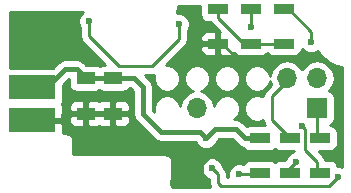
<source format=gbl>
G04 #@! TF.FileFunction,Copper,L2,Bot,Signal*
%FSLAX46Y46*%
G04 Gerber Fmt 4.6, Leading zero omitted, Abs format (unit mm)*
G04 Created by KiCad (PCBNEW 4.0.7) date 12/01/17 22:29:32*
%MOMM*%
%LPD*%
G01*
G04 APERTURE LIST*
%ADD10C,0.100000*%
%ADD11R,1.700000X1.700000*%
%ADD12O,1.700000X1.700000*%
%ADD13R,1.700000X0.900000*%
%ADD14R,4.000000X2.000000*%
%ADD15R,1.600000X1.000000*%
%ADD16C,0.600000*%
%ADD17C,0.250000*%
%ADD18C,0.400000*%
%ADD19C,0.254000*%
G04 APERTURE END LIST*
D10*
D11*
X150368000Y-105410000D03*
D12*
X150368000Y-102870000D03*
X147828000Y-102870000D03*
X140208000Y-105410000D03*
D13*
X141986000Y-99928000D03*
X141986000Y-97028000D03*
X147574000Y-97028000D03*
X147574000Y-99928000D03*
X144780000Y-99928000D03*
X144780000Y-97028000D03*
X145542000Y-107950000D03*
X145542000Y-110850000D03*
X150622000Y-107950000D03*
X150622000Y-110850000D03*
X148082000Y-107950000D03*
X148082000Y-110850000D03*
D14*
X126238000Y-106426000D03*
X126238000Y-103632000D03*
D15*
X133096000Y-102870000D03*
X133096000Y-105870000D03*
X130810000Y-102870000D03*
X130810000Y-105870000D03*
D16*
X138684000Y-98298000D03*
X131064000Y-98044000D03*
X144780000Y-98552000D03*
X141478000Y-110490000D03*
X152145990Y-111252000D03*
X149860000Y-99822000D03*
X149098000Y-106934000D03*
X148590000Y-109982000D03*
X146812000Y-109728000D03*
X140970000Y-111760000D03*
X135382000Y-108204000D03*
X138176000Y-111760000D03*
X138684000Y-101346000D03*
X133350000Y-108204000D03*
X134366000Y-104140000D03*
X136652000Y-104140000D03*
X129286008Y-103632000D03*
X129540000Y-107188000D03*
X129032000Y-101092000D03*
X129793996Y-99060000D03*
X143001998Y-108204000D03*
X136906000Y-108966000D03*
X130048000Y-107950000D03*
X144018000Y-101346000D03*
X140970000Y-107950000D03*
X143764052Y-110998000D03*
D17*
X150368000Y-107950000D02*
X150368000Y-105410000D01*
X150368000Y-107950000D02*
X150622000Y-107950000D01*
X147828000Y-102870000D02*
X147828000Y-103124000D01*
X147828000Y-103124000D02*
X146558000Y-104394000D01*
X146558000Y-104394000D02*
X146558000Y-106426000D01*
X146558000Y-106426000D02*
X147828000Y-107696000D01*
X147828000Y-107696000D02*
X147828000Y-107950000D01*
X131064000Y-98044000D02*
X131064000Y-99314000D01*
X138684000Y-99568000D02*
X138684000Y-98298000D01*
X131064000Y-99314000D02*
X133604000Y-101854000D01*
X133604000Y-101854000D02*
X136398000Y-101854000D01*
X136398000Y-101854000D02*
X138684000Y-99568000D01*
X144780000Y-98552000D02*
X144780000Y-97028000D01*
X144186000Y-99928000D02*
X144780000Y-99928000D01*
X141986000Y-97728000D02*
X144186000Y-99928000D01*
X141986000Y-97028000D02*
X141986000Y-97728000D01*
X147574000Y-99928000D02*
X146474000Y-99928000D01*
X146474000Y-99928000D02*
X144780000Y-99928000D01*
X152145990Y-111252000D02*
X151383990Y-112014000D01*
X141986000Y-111760000D02*
X141986000Y-110998000D01*
X151383990Y-112014000D02*
X142240000Y-112014000D01*
X142240000Y-112014000D02*
X141986000Y-111760000D01*
X141986000Y-110998000D02*
X141478000Y-110490000D01*
X149860000Y-99822000D02*
X149860000Y-98914000D01*
X149860000Y-98914000D02*
X147974000Y-97028000D01*
X147974000Y-97028000D02*
X147574000Y-97028000D01*
X149098000Y-106934000D02*
X149352000Y-107188000D01*
X149352000Y-107188000D02*
X149352000Y-108966000D01*
X149352000Y-108966000D02*
X150368000Y-109982000D01*
X150368000Y-109982000D02*
X150368000Y-110850000D01*
X147828000Y-110850000D02*
X147828000Y-110744000D01*
X147828000Y-110744000D02*
X148082000Y-110490000D01*
X148082000Y-110490000D02*
X148590000Y-109982000D01*
X147976000Y-110596000D02*
X148290001Y-110281999D01*
X147574000Y-110596000D02*
X147976000Y-110596000D01*
X148290001Y-110281999D02*
X148590000Y-109982000D01*
X143001998Y-108204000D02*
X144525999Y-109728001D01*
X144525999Y-109728001D02*
X144536000Y-109718000D01*
X144536000Y-109718000D02*
X141892266Y-109718000D01*
X141892266Y-109718000D02*
X141478000Y-109303734D01*
X146387736Y-109728000D02*
X146812000Y-109728000D01*
X144525998Y-109728000D02*
X146387736Y-109728000D01*
X143001998Y-108204000D02*
X144525998Y-109728000D01*
X142577734Y-108204000D02*
X141478000Y-109303734D01*
X141478000Y-109303734D02*
X140670001Y-110111733D01*
X140670001Y-111460001D02*
X140970000Y-111760000D01*
X140670001Y-110111733D02*
X140670001Y-111460001D01*
X143001998Y-108204000D02*
X142577734Y-108204000D01*
X129793996Y-99060000D02*
X129032000Y-99821996D01*
X129032000Y-99821996D02*
X129032000Y-101092000D01*
X128778000Y-106426000D02*
X129032000Y-106680000D01*
X129032000Y-106680000D02*
X129540000Y-107188000D01*
X129032000Y-106680000D02*
X129748001Y-107396001D01*
X129748001Y-107396001D02*
X129748001Y-107650001D01*
X129748001Y-107650001D02*
X130048000Y-107950000D01*
X144018000Y-101346000D02*
X138684000Y-101346000D01*
X129286008Y-104056264D02*
X129286008Y-103632000D01*
X128778000Y-105918000D02*
X129286008Y-105409992D01*
X129286008Y-105409992D02*
X129286008Y-104056264D01*
X126238000Y-106426000D02*
X128778000Y-106426000D01*
X128778000Y-106426000D02*
X128778000Y-105918000D01*
X128488000Y-106426000D02*
X128778000Y-106426000D01*
X126238000Y-106426000D02*
X128488000Y-106426000D01*
X144018000Y-101346000D02*
X143764000Y-101346000D01*
X143764000Y-101346000D02*
X142346000Y-99928000D01*
X142346000Y-99928000D02*
X141986000Y-99928000D01*
D18*
X126238000Y-103632000D02*
X127508000Y-103632000D01*
X127508000Y-103632000D02*
X129032000Y-102108000D01*
X129032000Y-102108000D02*
X130048000Y-102108000D01*
X130810000Y-102870000D02*
X132645990Y-102870000D01*
X130048000Y-102108000D02*
X130810000Y-102870000D01*
X140970000Y-107950000D02*
X140462000Y-107442000D01*
X140462000Y-107442000D02*
X137160000Y-107442000D01*
X137160000Y-107442000D02*
X135636000Y-105918000D01*
X135636000Y-105918000D02*
X135636000Y-103632000D01*
X135636000Y-103632000D02*
X134874000Y-102870000D01*
X134874000Y-102870000D02*
X133096000Y-102870000D01*
X140970000Y-107950000D02*
X141732000Y-107188000D01*
X141732000Y-107188000D02*
X143510000Y-107188000D01*
X144272000Y-107950000D02*
X145034000Y-107950000D01*
X143510000Y-107188000D02*
X144272000Y-107950000D01*
D17*
X143764052Y-110998000D02*
X145394000Y-110998000D01*
X145394000Y-110998000D02*
X145542000Y-110850000D01*
X144886000Y-110998000D02*
X145034000Y-110850000D01*
D19*
G36*
X129362560Y-103370000D02*
X129406838Y-103605317D01*
X129545910Y-103821441D01*
X129758110Y-103966431D01*
X130010000Y-104017440D01*
X131610000Y-104017440D01*
X131845317Y-103973162D01*
X131952768Y-103904019D01*
X132044110Y-103966431D01*
X132296000Y-104017440D01*
X133896000Y-104017440D01*
X134131317Y-103973162D01*
X134347441Y-103834090D01*
X134435644Y-103705000D01*
X134528132Y-103705000D01*
X134801000Y-103977868D01*
X134801000Y-105918000D01*
X134864561Y-106237541D01*
X135037464Y-106496309D01*
X135045566Y-106508434D01*
X136569566Y-108032434D01*
X136840459Y-108213439D01*
X137160000Y-108277000D01*
X140093442Y-108277000D01*
X140176883Y-108478943D01*
X140439673Y-108742192D01*
X140783201Y-108884838D01*
X141155167Y-108885162D01*
X141498943Y-108743117D01*
X141762192Y-108480327D01*
X141862778Y-108238090D01*
X142077868Y-108023000D01*
X143164132Y-108023000D01*
X143681566Y-108540434D01*
X143952460Y-108721440D01*
X144172409Y-108765190D01*
X144227910Y-108851441D01*
X144440110Y-108996431D01*
X144692000Y-109047440D01*
X146392000Y-109047440D01*
X146627317Y-109003162D01*
X146814077Y-108882985D01*
X146980110Y-108996431D01*
X147232000Y-109047440D01*
X148403376Y-109047440D01*
X148061057Y-109188883D01*
X147797808Y-109451673D01*
X147672868Y-109752560D01*
X147232000Y-109752560D01*
X146996683Y-109796838D01*
X146809923Y-109917015D01*
X146643890Y-109803569D01*
X146392000Y-109752560D01*
X144692000Y-109752560D01*
X144456683Y-109796838D01*
X144240559Y-109935910D01*
X144108799Y-110128748D01*
X143950851Y-110063162D01*
X143578885Y-110062838D01*
X143235109Y-110204883D01*
X142971860Y-110467673D01*
X142829214Y-110811201D01*
X142828890Y-111183167D01*
X142858158Y-111254000D01*
X142746000Y-111254000D01*
X142746000Y-110998000D01*
X142688148Y-110707161D01*
X142523401Y-110460599D01*
X142413122Y-110350320D01*
X142413162Y-110304833D01*
X142271117Y-109961057D01*
X142008327Y-109697808D01*
X141664799Y-109555162D01*
X141292833Y-109554838D01*
X140949057Y-109696883D01*
X140685808Y-109959673D01*
X140543162Y-110303201D01*
X140542838Y-110675167D01*
X140684883Y-111018943D01*
X140947673Y-111282192D01*
X141226000Y-111397764D01*
X141226000Y-111760000D01*
X141283852Y-112050839D01*
X141293982Y-112066000D01*
X138124000Y-112066000D01*
X138124000Y-109982000D01*
X138069954Y-109710295D01*
X137916046Y-109479954D01*
X137685705Y-109326046D01*
X137414000Y-109272000D01*
X129742000Y-109272000D01*
X129742000Y-108204000D01*
X129687954Y-107932295D01*
X129534046Y-107701954D01*
X129303705Y-107548046D01*
X129032000Y-107494000D01*
X128873000Y-107494000D01*
X128873000Y-106711750D01*
X128714250Y-106553000D01*
X126365000Y-106553000D01*
X126365000Y-106573000D01*
X126111000Y-106573000D01*
X126111000Y-106553000D01*
X126091000Y-106553000D01*
X126091000Y-106299000D01*
X126111000Y-106299000D01*
X126111000Y-106279000D01*
X126365000Y-106279000D01*
X126365000Y-106299000D01*
X128714250Y-106299000D01*
X128857500Y-106155750D01*
X129375000Y-106155750D01*
X129375000Y-106496309D01*
X129471673Y-106729698D01*
X129650301Y-106908327D01*
X129883690Y-107005000D01*
X130524250Y-107005000D01*
X130683000Y-106846250D01*
X130683000Y-105997000D01*
X130937000Y-105997000D01*
X130937000Y-106846250D01*
X131095750Y-107005000D01*
X131736310Y-107005000D01*
X131953000Y-106915244D01*
X132169690Y-107005000D01*
X132810250Y-107005000D01*
X132969000Y-106846250D01*
X132969000Y-105997000D01*
X133223000Y-105997000D01*
X133223000Y-106846250D01*
X133381750Y-107005000D01*
X134022310Y-107005000D01*
X134255699Y-106908327D01*
X134434327Y-106729698D01*
X134531000Y-106496309D01*
X134531000Y-106155750D01*
X134372250Y-105997000D01*
X133223000Y-105997000D01*
X132969000Y-105997000D01*
X130937000Y-105997000D01*
X130683000Y-105997000D01*
X129533750Y-105997000D01*
X129375000Y-106155750D01*
X128857500Y-106155750D01*
X128873000Y-106140250D01*
X128873000Y-105299691D01*
X128849805Y-105243691D01*
X129375000Y-105243691D01*
X129375000Y-105584250D01*
X129533750Y-105743000D01*
X130683000Y-105743000D01*
X130683000Y-104893750D01*
X130937000Y-104893750D01*
X130937000Y-105743000D01*
X132969000Y-105743000D01*
X132969000Y-104893750D01*
X133223000Y-104893750D01*
X133223000Y-105743000D01*
X134372250Y-105743000D01*
X134531000Y-105584250D01*
X134531000Y-105243691D01*
X134434327Y-105010302D01*
X134255699Y-104831673D01*
X134022310Y-104735000D01*
X133381750Y-104735000D01*
X133223000Y-104893750D01*
X132969000Y-104893750D01*
X132810250Y-104735000D01*
X132169690Y-104735000D01*
X131953000Y-104824756D01*
X131736310Y-104735000D01*
X131095750Y-104735000D01*
X130937000Y-104893750D01*
X130683000Y-104893750D01*
X130524250Y-104735000D01*
X129883690Y-104735000D01*
X129650301Y-104831673D01*
X129471673Y-105010302D01*
X129375000Y-105243691D01*
X128849805Y-105243691D01*
X128776327Y-105066302D01*
X128736801Y-105026776D01*
X128834431Y-104883890D01*
X128885440Y-104632000D01*
X128885440Y-103435428D01*
X129362560Y-102958308D01*
X129362560Y-103370000D01*
X129362560Y-103370000D01*
G37*
X129362560Y-103370000D02*
X129406838Y-103605317D01*
X129545910Y-103821441D01*
X129758110Y-103966431D01*
X130010000Y-104017440D01*
X131610000Y-104017440D01*
X131845317Y-103973162D01*
X131952768Y-103904019D01*
X132044110Y-103966431D01*
X132296000Y-104017440D01*
X133896000Y-104017440D01*
X134131317Y-103973162D01*
X134347441Y-103834090D01*
X134435644Y-103705000D01*
X134528132Y-103705000D01*
X134801000Y-103977868D01*
X134801000Y-105918000D01*
X134864561Y-106237541D01*
X135037464Y-106496309D01*
X135045566Y-106508434D01*
X136569566Y-108032434D01*
X136840459Y-108213439D01*
X137160000Y-108277000D01*
X140093442Y-108277000D01*
X140176883Y-108478943D01*
X140439673Y-108742192D01*
X140783201Y-108884838D01*
X141155167Y-108885162D01*
X141498943Y-108743117D01*
X141762192Y-108480327D01*
X141862778Y-108238090D01*
X142077868Y-108023000D01*
X143164132Y-108023000D01*
X143681566Y-108540434D01*
X143952460Y-108721440D01*
X144172409Y-108765190D01*
X144227910Y-108851441D01*
X144440110Y-108996431D01*
X144692000Y-109047440D01*
X146392000Y-109047440D01*
X146627317Y-109003162D01*
X146814077Y-108882985D01*
X146980110Y-108996431D01*
X147232000Y-109047440D01*
X148403376Y-109047440D01*
X148061057Y-109188883D01*
X147797808Y-109451673D01*
X147672868Y-109752560D01*
X147232000Y-109752560D01*
X146996683Y-109796838D01*
X146809923Y-109917015D01*
X146643890Y-109803569D01*
X146392000Y-109752560D01*
X144692000Y-109752560D01*
X144456683Y-109796838D01*
X144240559Y-109935910D01*
X144108799Y-110128748D01*
X143950851Y-110063162D01*
X143578885Y-110062838D01*
X143235109Y-110204883D01*
X142971860Y-110467673D01*
X142829214Y-110811201D01*
X142828890Y-111183167D01*
X142858158Y-111254000D01*
X142746000Y-111254000D01*
X142746000Y-110998000D01*
X142688148Y-110707161D01*
X142523401Y-110460599D01*
X142413122Y-110350320D01*
X142413162Y-110304833D01*
X142271117Y-109961057D01*
X142008327Y-109697808D01*
X141664799Y-109555162D01*
X141292833Y-109554838D01*
X140949057Y-109696883D01*
X140685808Y-109959673D01*
X140543162Y-110303201D01*
X140542838Y-110675167D01*
X140684883Y-111018943D01*
X140947673Y-111282192D01*
X141226000Y-111397764D01*
X141226000Y-111760000D01*
X141283852Y-112050839D01*
X141293982Y-112066000D01*
X138124000Y-112066000D01*
X138124000Y-109982000D01*
X138069954Y-109710295D01*
X137916046Y-109479954D01*
X137685705Y-109326046D01*
X137414000Y-109272000D01*
X129742000Y-109272000D01*
X129742000Y-108204000D01*
X129687954Y-107932295D01*
X129534046Y-107701954D01*
X129303705Y-107548046D01*
X129032000Y-107494000D01*
X128873000Y-107494000D01*
X128873000Y-106711750D01*
X128714250Y-106553000D01*
X126365000Y-106553000D01*
X126365000Y-106573000D01*
X126111000Y-106573000D01*
X126111000Y-106553000D01*
X126091000Y-106553000D01*
X126091000Y-106299000D01*
X126111000Y-106299000D01*
X126111000Y-106279000D01*
X126365000Y-106279000D01*
X126365000Y-106299000D01*
X128714250Y-106299000D01*
X128857500Y-106155750D01*
X129375000Y-106155750D01*
X129375000Y-106496309D01*
X129471673Y-106729698D01*
X129650301Y-106908327D01*
X129883690Y-107005000D01*
X130524250Y-107005000D01*
X130683000Y-106846250D01*
X130683000Y-105997000D01*
X130937000Y-105997000D01*
X130937000Y-106846250D01*
X131095750Y-107005000D01*
X131736310Y-107005000D01*
X131953000Y-106915244D01*
X132169690Y-107005000D01*
X132810250Y-107005000D01*
X132969000Y-106846250D01*
X132969000Y-105997000D01*
X133223000Y-105997000D01*
X133223000Y-106846250D01*
X133381750Y-107005000D01*
X134022310Y-107005000D01*
X134255699Y-106908327D01*
X134434327Y-106729698D01*
X134531000Y-106496309D01*
X134531000Y-106155750D01*
X134372250Y-105997000D01*
X133223000Y-105997000D01*
X132969000Y-105997000D01*
X130937000Y-105997000D01*
X130683000Y-105997000D01*
X129533750Y-105997000D01*
X129375000Y-106155750D01*
X128857500Y-106155750D01*
X128873000Y-106140250D01*
X128873000Y-105299691D01*
X128849805Y-105243691D01*
X129375000Y-105243691D01*
X129375000Y-105584250D01*
X129533750Y-105743000D01*
X130683000Y-105743000D01*
X130683000Y-104893750D01*
X130937000Y-104893750D01*
X130937000Y-105743000D01*
X132969000Y-105743000D01*
X132969000Y-104893750D01*
X133223000Y-104893750D01*
X133223000Y-105743000D01*
X134372250Y-105743000D01*
X134531000Y-105584250D01*
X134531000Y-105243691D01*
X134434327Y-105010302D01*
X134255699Y-104831673D01*
X134022310Y-104735000D01*
X133381750Y-104735000D01*
X133223000Y-104893750D01*
X132969000Y-104893750D01*
X132810250Y-104735000D01*
X132169690Y-104735000D01*
X131953000Y-104824756D01*
X131736310Y-104735000D01*
X131095750Y-104735000D01*
X130937000Y-104893750D01*
X130683000Y-104893750D01*
X130524250Y-104735000D01*
X129883690Y-104735000D01*
X129650301Y-104831673D01*
X129471673Y-105010302D01*
X129375000Y-105243691D01*
X128849805Y-105243691D01*
X128776327Y-105066302D01*
X128736801Y-105026776D01*
X128834431Y-104883890D01*
X128885440Y-104632000D01*
X128885440Y-103435428D01*
X129362560Y-102958308D01*
X129362560Y-103370000D01*
G36*
X140488560Y-97478000D02*
X140532838Y-97713317D01*
X140671910Y-97929441D01*
X140884110Y-98074431D01*
X141136000Y-98125440D01*
X141355080Y-98125440D01*
X141448599Y-98265401D01*
X142148974Y-98965776D01*
X142113000Y-99001750D01*
X142113000Y-99801000D01*
X142133000Y-99801000D01*
X142133000Y-100055000D01*
X142113000Y-100055000D01*
X142113000Y-100854250D01*
X142271750Y-101013000D01*
X142962310Y-101013000D01*
X143195699Y-100916327D01*
X143374327Y-100737698D01*
X143387073Y-100706925D01*
X143465910Y-100829441D01*
X143678110Y-100974431D01*
X143930000Y-101025440D01*
X145630000Y-101025440D01*
X145865317Y-100981162D01*
X146081441Y-100842090D01*
X146177543Y-100701440D01*
X146259910Y-100829441D01*
X146472110Y-100974431D01*
X146724000Y-101025440D01*
X148424000Y-101025440D01*
X148659317Y-100981162D01*
X148875441Y-100842090D01*
X149020431Y-100629890D01*
X149071440Y-100378000D01*
X149071440Y-100355508D01*
X149329673Y-100614192D01*
X149673201Y-100756838D01*
X150045167Y-100757162D01*
X150388943Y-100615117D01*
X150451357Y-100552812D01*
X150559681Y-100756202D01*
X150735105Y-100970610D01*
X151504081Y-101603616D01*
X151617247Y-101664322D01*
X151748202Y-101734571D01*
X152452000Y-101949215D01*
X152452000Y-110366663D01*
X152332789Y-110317162D01*
X152103815Y-110316963D01*
X152075162Y-110164683D01*
X151936090Y-109948559D01*
X151723890Y-109803569D01*
X151472000Y-109752560D01*
X151082361Y-109752560D01*
X151070148Y-109691161D01*
X150905401Y-109444599D01*
X150508242Y-109047440D01*
X151472000Y-109047440D01*
X151707317Y-109003162D01*
X151923441Y-108864090D01*
X152068431Y-108651890D01*
X152119440Y-108400000D01*
X152119440Y-107500000D01*
X152075162Y-107264683D01*
X151936090Y-107048559D01*
X151723890Y-106903569D01*
X151472000Y-106852560D01*
X151469793Y-106852560D01*
X151669441Y-106724090D01*
X151814431Y-106511890D01*
X151865440Y-106260000D01*
X151865440Y-104560000D01*
X151821162Y-104324683D01*
X151682090Y-104108559D01*
X151469890Y-103963569D01*
X151413546Y-103952159D01*
X151418054Y-103949147D01*
X151739961Y-103467378D01*
X151853000Y-102899093D01*
X151853000Y-102840907D01*
X151739961Y-102272622D01*
X151418054Y-101790853D01*
X150936285Y-101468946D01*
X150368000Y-101355907D01*
X149799715Y-101468946D01*
X149317946Y-101790853D01*
X149098000Y-102120026D01*
X148878054Y-101790853D01*
X148396285Y-101468946D01*
X147828000Y-101355907D01*
X147259715Y-101468946D01*
X146777946Y-101790853D01*
X146456039Y-102272622D01*
X146382318Y-102643242D01*
X146336603Y-102413418D01*
X146090566Y-102045198D01*
X145722346Y-101799161D01*
X145288000Y-101712764D01*
X144853654Y-101799161D01*
X144485434Y-102045198D01*
X144239397Y-102413418D01*
X144153000Y-102847764D01*
X144153000Y-102892236D01*
X144239397Y-103326582D01*
X144485434Y-103694802D01*
X144853654Y-103940839D01*
X145288000Y-104027236D01*
X145722346Y-103940839D01*
X146090566Y-103694802D01*
X146336603Y-103326582D01*
X146382318Y-103096758D01*
X146448371Y-103428827D01*
X146020599Y-103856599D01*
X145855852Y-104103161D01*
X145798753Y-104390215D01*
X145722346Y-104339161D01*
X145288000Y-104252764D01*
X144853654Y-104339161D01*
X144485434Y-104585198D01*
X144239397Y-104953418D01*
X144153000Y-105387764D01*
X144153000Y-105432236D01*
X144239397Y-105866582D01*
X144485434Y-106234802D01*
X144853654Y-106480839D01*
X145288000Y-106567236D01*
X145722346Y-106480839D01*
X145798753Y-106429785D01*
X145855852Y-106716839D01*
X145946538Y-106852560D01*
X144692000Y-106852560D01*
X144456683Y-106896838D01*
X144422015Y-106919147D01*
X144100434Y-106597566D01*
X144033736Y-106553000D01*
X143829541Y-106416561D01*
X143510000Y-106353000D01*
X143373670Y-106353000D01*
X143550566Y-106234802D01*
X143796603Y-105866582D01*
X143883000Y-105432236D01*
X143883000Y-105387764D01*
X143796603Y-104953418D01*
X143550566Y-104585198D01*
X143182346Y-104339161D01*
X142748000Y-104252764D01*
X142313654Y-104339161D01*
X141945434Y-104585198D01*
X141699397Y-104953418D01*
X141653682Y-105183242D01*
X141579961Y-104812622D01*
X141258054Y-104330853D01*
X140776285Y-104008946D01*
X140538117Y-103961571D01*
X140642346Y-103940839D01*
X141010566Y-103694802D01*
X141256603Y-103326582D01*
X141343000Y-102892236D01*
X141343000Y-102847764D01*
X141613000Y-102847764D01*
X141613000Y-102892236D01*
X141699397Y-103326582D01*
X141945434Y-103694802D01*
X142313654Y-103940839D01*
X142748000Y-104027236D01*
X143182346Y-103940839D01*
X143550566Y-103694802D01*
X143796603Y-103326582D01*
X143883000Y-102892236D01*
X143883000Y-102847764D01*
X143796603Y-102413418D01*
X143550566Y-102045198D01*
X143182346Y-101799161D01*
X142748000Y-101712764D01*
X142313654Y-101799161D01*
X141945434Y-102045198D01*
X141699397Y-102413418D01*
X141613000Y-102847764D01*
X141343000Y-102847764D01*
X141256603Y-102413418D01*
X141010566Y-102045198D01*
X140642346Y-101799161D01*
X140208000Y-101712764D01*
X139773654Y-101799161D01*
X139405434Y-102045198D01*
X139159397Y-102413418D01*
X139073000Y-102847764D01*
X139073000Y-102892236D01*
X139159397Y-103326582D01*
X139405434Y-103694802D01*
X139773654Y-103940839D01*
X139877883Y-103961571D01*
X139639715Y-104008946D01*
X139157946Y-104330853D01*
X138836039Y-104812622D01*
X138762318Y-105183242D01*
X138716603Y-104953418D01*
X138470566Y-104585198D01*
X138102346Y-104339161D01*
X137668000Y-104252764D01*
X137233654Y-104339161D01*
X136865434Y-104585198D01*
X136619397Y-104953418D01*
X136533000Y-105387764D01*
X136533000Y-105432236D01*
X136583132Y-105684264D01*
X136471000Y-105572132D01*
X136471000Y-103632000D01*
X136465692Y-103605317D01*
X136407440Y-103312460D01*
X136226434Y-103041566D01*
X135798868Y-102614000D01*
X136398000Y-102614000D01*
X136586976Y-102576410D01*
X136533000Y-102847764D01*
X136533000Y-102892236D01*
X136619397Y-103326582D01*
X136865434Y-103694802D01*
X137233654Y-103940839D01*
X137668000Y-104027236D01*
X138102346Y-103940839D01*
X138470566Y-103694802D01*
X138716603Y-103326582D01*
X138803000Y-102892236D01*
X138803000Y-102847764D01*
X138716603Y-102413418D01*
X138470566Y-102045198D01*
X138102346Y-101799161D01*
X137668000Y-101712764D01*
X137600639Y-101726163D01*
X139113052Y-100213750D01*
X140501000Y-100213750D01*
X140501000Y-100504309D01*
X140597673Y-100737698D01*
X140776301Y-100916327D01*
X141009690Y-101013000D01*
X141700250Y-101013000D01*
X141859000Y-100854250D01*
X141859000Y-100055000D01*
X140659750Y-100055000D01*
X140501000Y-100213750D01*
X139113052Y-100213750D01*
X139221401Y-100105401D01*
X139386148Y-99858840D01*
X139444000Y-99568000D01*
X139444000Y-99351691D01*
X140501000Y-99351691D01*
X140501000Y-99642250D01*
X140659750Y-99801000D01*
X141859000Y-99801000D01*
X141859000Y-99001750D01*
X141700250Y-98843000D01*
X141009690Y-98843000D01*
X140776301Y-98939673D01*
X140597673Y-99118302D01*
X140501000Y-99351691D01*
X139444000Y-99351691D01*
X139444000Y-98860463D01*
X139476192Y-98828327D01*
X139618838Y-98484799D01*
X139619162Y-98112833D01*
X139477117Y-97769057D01*
X139214327Y-97505808D01*
X138870799Y-97363162D01*
X138530185Y-97362865D01*
X138579482Y-96722000D01*
X140488560Y-96722000D01*
X140488560Y-97478000D01*
X140488560Y-97478000D01*
G37*
X140488560Y-97478000D02*
X140532838Y-97713317D01*
X140671910Y-97929441D01*
X140884110Y-98074431D01*
X141136000Y-98125440D01*
X141355080Y-98125440D01*
X141448599Y-98265401D01*
X142148974Y-98965776D01*
X142113000Y-99001750D01*
X142113000Y-99801000D01*
X142133000Y-99801000D01*
X142133000Y-100055000D01*
X142113000Y-100055000D01*
X142113000Y-100854250D01*
X142271750Y-101013000D01*
X142962310Y-101013000D01*
X143195699Y-100916327D01*
X143374327Y-100737698D01*
X143387073Y-100706925D01*
X143465910Y-100829441D01*
X143678110Y-100974431D01*
X143930000Y-101025440D01*
X145630000Y-101025440D01*
X145865317Y-100981162D01*
X146081441Y-100842090D01*
X146177543Y-100701440D01*
X146259910Y-100829441D01*
X146472110Y-100974431D01*
X146724000Y-101025440D01*
X148424000Y-101025440D01*
X148659317Y-100981162D01*
X148875441Y-100842090D01*
X149020431Y-100629890D01*
X149071440Y-100378000D01*
X149071440Y-100355508D01*
X149329673Y-100614192D01*
X149673201Y-100756838D01*
X150045167Y-100757162D01*
X150388943Y-100615117D01*
X150451357Y-100552812D01*
X150559681Y-100756202D01*
X150735105Y-100970610D01*
X151504081Y-101603616D01*
X151617247Y-101664322D01*
X151748202Y-101734571D01*
X152452000Y-101949215D01*
X152452000Y-110366663D01*
X152332789Y-110317162D01*
X152103815Y-110316963D01*
X152075162Y-110164683D01*
X151936090Y-109948559D01*
X151723890Y-109803569D01*
X151472000Y-109752560D01*
X151082361Y-109752560D01*
X151070148Y-109691161D01*
X150905401Y-109444599D01*
X150508242Y-109047440D01*
X151472000Y-109047440D01*
X151707317Y-109003162D01*
X151923441Y-108864090D01*
X152068431Y-108651890D01*
X152119440Y-108400000D01*
X152119440Y-107500000D01*
X152075162Y-107264683D01*
X151936090Y-107048559D01*
X151723890Y-106903569D01*
X151472000Y-106852560D01*
X151469793Y-106852560D01*
X151669441Y-106724090D01*
X151814431Y-106511890D01*
X151865440Y-106260000D01*
X151865440Y-104560000D01*
X151821162Y-104324683D01*
X151682090Y-104108559D01*
X151469890Y-103963569D01*
X151413546Y-103952159D01*
X151418054Y-103949147D01*
X151739961Y-103467378D01*
X151853000Y-102899093D01*
X151853000Y-102840907D01*
X151739961Y-102272622D01*
X151418054Y-101790853D01*
X150936285Y-101468946D01*
X150368000Y-101355907D01*
X149799715Y-101468946D01*
X149317946Y-101790853D01*
X149098000Y-102120026D01*
X148878054Y-101790853D01*
X148396285Y-101468946D01*
X147828000Y-101355907D01*
X147259715Y-101468946D01*
X146777946Y-101790853D01*
X146456039Y-102272622D01*
X146382318Y-102643242D01*
X146336603Y-102413418D01*
X146090566Y-102045198D01*
X145722346Y-101799161D01*
X145288000Y-101712764D01*
X144853654Y-101799161D01*
X144485434Y-102045198D01*
X144239397Y-102413418D01*
X144153000Y-102847764D01*
X144153000Y-102892236D01*
X144239397Y-103326582D01*
X144485434Y-103694802D01*
X144853654Y-103940839D01*
X145288000Y-104027236D01*
X145722346Y-103940839D01*
X146090566Y-103694802D01*
X146336603Y-103326582D01*
X146382318Y-103096758D01*
X146448371Y-103428827D01*
X146020599Y-103856599D01*
X145855852Y-104103161D01*
X145798753Y-104390215D01*
X145722346Y-104339161D01*
X145288000Y-104252764D01*
X144853654Y-104339161D01*
X144485434Y-104585198D01*
X144239397Y-104953418D01*
X144153000Y-105387764D01*
X144153000Y-105432236D01*
X144239397Y-105866582D01*
X144485434Y-106234802D01*
X144853654Y-106480839D01*
X145288000Y-106567236D01*
X145722346Y-106480839D01*
X145798753Y-106429785D01*
X145855852Y-106716839D01*
X145946538Y-106852560D01*
X144692000Y-106852560D01*
X144456683Y-106896838D01*
X144422015Y-106919147D01*
X144100434Y-106597566D01*
X144033736Y-106553000D01*
X143829541Y-106416561D01*
X143510000Y-106353000D01*
X143373670Y-106353000D01*
X143550566Y-106234802D01*
X143796603Y-105866582D01*
X143883000Y-105432236D01*
X143883000Y-105387764D01*
X143796603Y-104953418D01*
X143550566Y-104585198D01*
X143182346Y-104339161D01*
X142748000Y-104252764D01*
X142313654Y-104339161D01*
X141945434Y-104585198D01*
X141699397Y-104953418D01*
X141653682Y-105183242D01*
X141579961Y-104812622D01*
X141258054Y-104330853D01*
X140776285Y-104008946D01*
X140538117Y-103961571D01*
X140642346Y-103940839D01*
X141010566Y-103694802D01*
X141256603Y-103326582D01*
X141343000Y-102892236D01*
X141343000Y-102847764D01*
X141613000Y-102847764D01*
X141613000Y-102892236D01*
X141699397Y-103326582D01*
X141945434Y-103694802D01*
X142313654Y-103940839D01*
X142748000Y-104027236D01*
X143182346Y-103940839D01*
X143550566Y-103694802D01*
X143796603Y-103326582D01*
X143883000Y-102892236D01*
X143883000Y-102847764D01*
X143796603Y-102413418D01*
X143550566Y-102045198D01*
X143182346Y-101799161D01*
X142748000Y-101712764D01*
X142313654Y-101799161D01*
X141945434Y-102045198D01*
X141699397Y-102413418D01*
X141613000Y-102847764D01*
X141343000Y-102847764D01*
X141256603Y-102413418D01*
X141010566Y-102045198D01*
X140642346Y-101799161D01*
X140208000Y-101712764D01*
X139773654Y-101799161D01*
X139405434Y-102045198D01*
X139159397Y-102413418D01*
X139073000Y-102847764D01*
X139073000Y-102892236D01*
X139159397Y-103326582D01*
X139405434Y-103694802D01*
X139773654Y-103940839D01*
X139877883Y-103961571D01*
X139639715Y-104008946D01*
X139157946Y-104330853D01*
X138836039Y-104812622D01*
X138762318Y-105183242D01*
X138716603Y-104953418D01*
X138470566Y-104585198D01*
X138102346Y-104339161D01*
X137668000Y-104252764D01*
X137233654Y-104339161D01*
X136865434Y-104585198D01*
X136619397Y-104953418D01*
X136533000Y-105387764D01*
X136533000Y-105432236D01*
X136583132Y-105684264D01*
X136471000Y-105572132D01*
X136471000Y-103632000D01*
X136465692Y-103605317D01*
X136407440Y-103312460D01*
X136226434Y-103041566D01*
X135798868Y-102614000D01*
X136398000Y-102614000D01*
X136586976Y-102576410D01*
X136533000Y-102847764D01*
X136533000Y-102892236D01*
X136619397Y-103326582D01*
X136865434Y-103694802D01*
X137233654Y-103940839D01*
X137668000Y-104027236D01*
X138102346Y-103940839D01*
X138470566Y-103694802D01*
X138716603Y-103326582D01*
X138803000Y-102892236D01*
X138803000Y-102847764D01*
X138716603Y-102413418D01*
X138470566Y-102045198D01*
X138102346Y-101799161D01*
X137668000Y-101712764D01*
X137600639Y-101726163D01*
X139113052Y-100213750D01*
X140501000Y-100213750D01*
X140501000Y-100504309D01*
X140597673Y-100737698D01*
X140776301Y-100916327D01*
X141009690Y-101013000D01*
X141700250Y-101013000D01*
X141859000Y-100854250D01*
X141859000Y-100055000D01*
X140659750Y-100055000D01*
X140501000Y-100213750D01*
X139113052Y-100213750D01*
X139221401Y-100105401D01*
X139386148Y-99858840D01*
X139444000Y-99568000D01*
X139444000Y-99351691D01*
X140501000Y-99351691D01*
X140501000Y-99642250D01*
X140659750Y-99801000D01*
X141859000Y-99801000D01*
X141859000Y-99001750D01*
X141700250Y-98843000D01*
X141009690Y-98843000D01*
X140776301Y-98939673D01*
X140597673Y-99118302D01*
X140501000Y-99351691D01*
X139444000Y-99351691D01*
X139444000Y-98860463D01*
X139476192Y-98828327D01*
X139618838Y-98484799D01*
X139619162Y-98112833D01*
X139477117Y-97769057D01*
X139214327Y-97505808D01*
X138870799Y-97363162D01*
X138530185Y-97362865D01*
X138579482Y-96722000D01*
X140488560Y-96722000D01*
X140488560Y-97478000D01*
G36*
X130535057Y-97250883D02*
X130271808Y-97513673D01*
X130129162Y-97857201D01*
X130128838Y-98229167D01*
X130270883Y-98572943D01*
X130304000Y-98606118D01*
X130304000Y-99314000D01*
X130361852Y-99604839D01*
X130526599Y-99851401D01*
X132397758Y-101722560D01*
X132296000Y-101722560D01*
X132060683Y-101766838D01*
X131953232Y-101835981D01*
X131861890Y-101773569D01*
X131610000Y-101722560D01*
X130843428Y-101722560D01*
X130638434Y-101517566D01*
X130565669Y-101468946D01*
X130367541Y-101336561D01*
X130048000Y-101273000D01*
X129032000Y-101273000D01*
X128712459Y-101336561D01*
X128514331Y-101468946D01*
X128441566Y-101517566D01*
X127974572Y-101984560D01*
X124408000Y-101984560D01*
X124408000Y-97230000D01*
X130585598Y-97230000D01*
X130535057Y-97250883D01*
X130535057Y-97250883D01*
G37*
X130535057Y-97250883D02*
X130271808Y-97513673D01*
X130129162Y-97857201D01*
X130128838Y-98229167D01*
X130270883Y-98572943D01*
X130304000Y-98606118D01*
X130304000Y-99314000D01*
X130361852Y-99604839D01*
X130526599Y-99851401D01*
X132397758Y-101722560D01*
X132296000Y-101722560D01*
X132060683Y-101766838D01*
X131953232Y-101835981D01*
X131861890Y-101773569D01*
X131610000Y-101722560D01*
X130843428Y-101722560D01*
X130638434Y-101517566D01*
X130565669Y-101468946D01*
X130367541Y-101336561D01*
X130048000Y-101273000D01*
X129032000Y-101273000D01*
X128712459Y-101336561D01*
X128514331Y-101468946D01*
X128441566Y-101517566D01*
X127974572Y-101984560D01*
X124408000Y-101984560D01*
X124408000Y-97230000D01*
X130585598Y-97230000D01*
X130535057Y-97250883D01*
M02*

</source>
